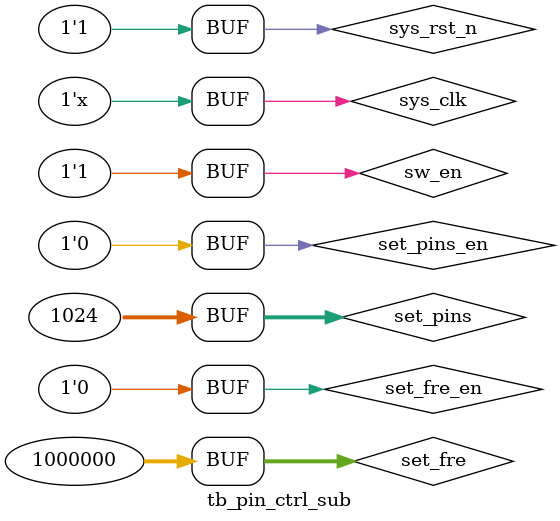
<source format=v>
`timescale 1ns / 1ps


module tb_pin_ctrl_sub();

reg         sys_clk;
reg         sys_rst_n;

reg         sw_en;          
reg         set_fre_en;     
reg         [31:0] set_fre;
reg         set_pins_en;    
reg         [31:0] set_pins;

wire        [19:0] pin_out;

initial begin
    sys_clk = 0;
    sys_rst_n = 0;
    sw_en = 0;
    set_fre_en = 0;
    set_pins_en = 0;
    set_fre = 31'd1000;
    set_pins = 31'd1111_1111_1111_1111_1111_1111_1111_1111;//ÉèÖÃ³õÊ¼ÆµÂÊ1KÒý½ÅÈ«1
    #200
    sys_rst_n = 1;
    #2000
    sw_en = 1;

    #2000
    sw_en = 0;
    set_fre_en = 1;
    #50
    set_fre = 31'd20_000_000;
    set_pins = 31'd699050;
    #200
    set_pins_en = 1;
    #200
    set_fre_en = 0;
    set_pins_en=0;
    sw_en = 1;
    
    #2000
    sw_en =0;
    set_fre_en = 1;
    #500
    set_fre = 31'd1_000_000;
    set_pins = 31'd1024; 
    #200
    set_pins_en = 1;
    #200
    set_fre_en = 0;
    set_pins_en=0;
    sw_en = 1;
    
end



always #10 sys_clk = ~sys_clk;


pin_ctrl_sub    u_pin_ctrl_sub(
        .sys_clk        (sys_clk    ),
        .sys_rst_n      (sys_rst_n  ),          
        .sw_en          (sw_en      ),
        .set_fre_en     (set_fre_en ),
        .set_fre        (set_fre    ),
        .set_pins_en    (set_pins_en),
        .set_pins       (set_pins   ),
        .pins_out       (pin_out)
);




endmodule

</source>
